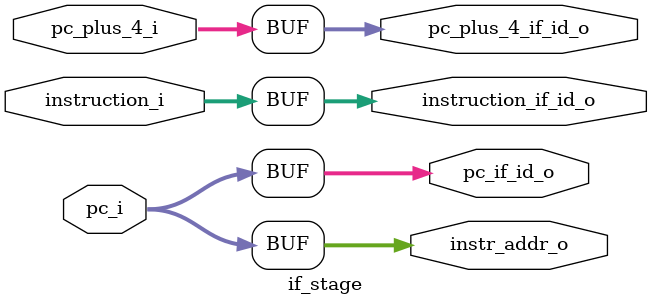
<source format=v>
`include "defines.v"

module if_stage (
    input  wire [31:0] pc_i,
    input  wire [31:0] pc_plus_4_i,
    input  wire [31:0] instruction_i,
    
    output wire [31:0] instr_addr_o,
    output wire [31:0] pc_if_id_o,
    output wire [31:0] pc_plus_4_if_id_o,
    output wire [31:0] instruction_if_id_o
);

    assign instr_addr_o = pc_i;
    assign pc_if_id_o = pc_i;
    assign pc_plus_4_if_id_o = pc_plus_4_i;
    assign instruction_if_id_o = instruction_i;

endmodule
</source>
